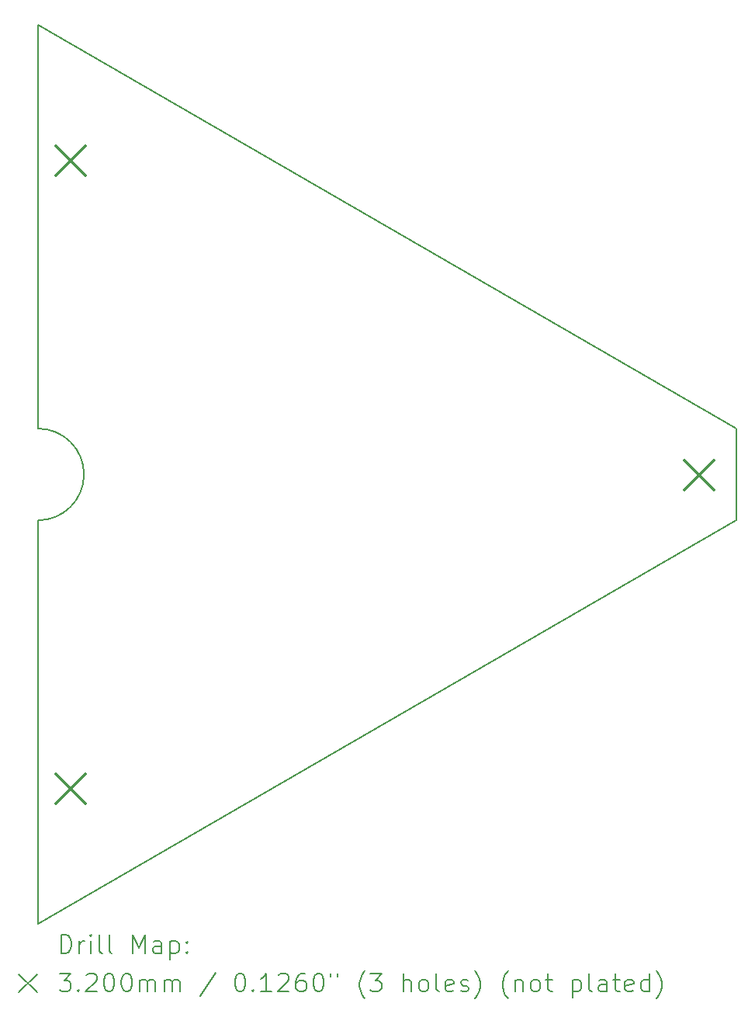
<source format=gbr>
%TF.GenerationSoftware,KiCad,Pcbnew,7.0.11+1*%
%TF.ProjectId,makerspace_sign,6d616b65-7273-4706-9163-655f7369676e,rev?*%
%TF.SameCoordinates,Original*%
%TF.FileFunction,Drillmap*%
%TF.FilePolarity,Positive*%
%FSLAX45Y45*%
G04 Gerber Fmt 4.5, Leading zero omitted, Abs format (unit mm)*
%MOMM*%
%LPD*%
G01*
G04 APERTURE LIST*
%ADD10C,0.200000*%
%ADD11C,0.320000*%
G04 APERTURE END LIST*
D10*
X6200000Y-4640000D02*
X6200000Y-9040000D01*
X6200000Y-10040000D02*
X6200000Y-14440000D01*
X6200000Y-10040000D02*
G75*
G03*
X6200000Y-9040000I0J500000D01*
G01*
X13821024Y-9040000D02*
X6200000Y-4640000D01*
X6200000Y-14440000D02*
X13821024Y-10040000D01*
X13821024Y-10040000D02*
X13821024Y-9040000D01*
D11*
X6395000Y-5960000D02*
X6715000Y-6280000D01*
X6715000Y-5960000D02*
X6395000Y-6280000D01*
X6395000Y-12805000D02*
X6715000Y-13125000D01*
X6715000Y-12805000D02*
X6395000Y-13125000D01*
X13255000Y-9385000D02*
X13575000Y-9705000D01*
X13575000Y-9385000D02*
X13255000Y-9705000D01*
D10*
X6450777Y-14761484D02*
X6450777Y-14561484D01*
X6450777Y-14561484D02*
X6498396Y-14561484D01*
X6498396Y-14561484D02*
X6526967Y-14571008D01*
X6526967Y-14571008D02*
X6546015Y-14590055D01*
X6546015Y-14590055D02*
X6555539Y-14609103D01*
X6555539Y-14609103D02*
X6565062Y-14647198D01*
X6565062Y-14647198D02*
X6565062Y-14675769D01*
X6565062Y-14675769D02*
X6555539Y-14713865D01*
X6555539Y-14713865D02*
X6546015Y-14732912D01*
X6546015Y-14732912D02*
X6526967Y-14751960D01*
X6526967Y-14751960D02*
X6498396Y-14761484D01*
X6498396Y-14761484D02*
X6450777Y-14761484D01*
X6650777Y-14761484D02*
X6650777Y-14628150D01*
X6650777Y-14666246D02*
X6660301Y-14647198D01*
X6660301Y-14647198D02*
X6669824Y-14637674D01*
X6669824Y-14637674D02*
X6688872Y-14628150D01*
X6688872Y-14628150D02*
X6707920Y-14628150D01*
X6774586Y-14761484D02*
X6774586Y-14628150D01*
X6774586Y-14561484D02*
X6765062Y-14571008D01*
X6765062Y-14571008D02*
X6774586Y-14580531D01*
X6774586Y-14580531D02*
X6784110Y-14571008D01*
X6784110Y-14571008D02*
X6774586Y-14561484D01*
X6774586Y-14561484D02*
X6774586Y-14580531D01*
X6898396Y-14761484D02*
X6879348Y-14751960D01*
X6879348Y-14751960D02*
X6869824Y-14732912D01*
X6869824Y-14732912D02*
X6869824Y-14561484D01*
X7003158Y-14761484D02*
X6984110Y-14751960D01*
X6984110Y-14751960D02*
X6974586Y-14732912D01*
X6974586Y-14732912D02*
X6974586Y-14561484D01*
X7231729Y-14761484D02*
X7231729Y-14561484D01*
X7231729Y-14561484D02*
X7298396Y-14704341D01*
X7298396Y-14704341D02*
X7365062Y-14561484D01*
X7365062Y-14561484D02*
X7365062Y-14761484D01*
X7546015Y-14761484D02*
X7546015Y-14656722D01*
X7546015Y-14656722D02*
X7536491Y-14637674D01*
X7536491Y-14637674D02*
X7517443Y-14628150D01*
X7517443Y-14628150D02*
X7479348Y-14628150D01*
X7479348Y-14628150D02*
X7460301Y-14637674D01*
X7546015Y-14751960D02*
X7526967Y-14761484D01*
X7526967Y-14761484D02*
X7479348Y-14761484D01*
X7479348Y-14761484D02*
X7460301Y-14751960D01*
X7460301Y-14751960D02*
X7450777Y-14732912D01*
X7450777Y-14732912D02*
X7450777Y-14713865D01*
X7450777Y-14713865D02*
X7460301Y-14694817D01*
X7460301Y-14694817D02*
X7479348Y-14685293D01*
X7479348Y-14685293D02*
X7526967Y-14685293D01*
X7526967Y-14685293D02*
X7546015Y-14675769D01*
X7641253Y-14628150D02*
X7641253Y-14828150D01*
X7641253Y-14637674D02*
X7660301Y-14628150D01*
X7660301Y-14628150D02*
X7698396Y-14628150D01*
X7698396Y-14628150D02*
X7717443Y-14637674D01*
X7717443Y-14637674D02*
X7726967Y-14647198D01*
X7726967Y-14647198D02*
X7736491Y-14666246D01*
X7736491Y-14666246D02*
X7736491Y-14723388D01*
X7736491Y-14723388D02*
X7726967Y-14742436D01*
X7726967Y-14742436D02*
X7717443Y-14751960D01*
X7717443Y-14751960D02*
X7698396Y-14761484D01*
X7698396Y-14761484D02*
X7660301Y-14761484D01*
X7660301Y-14761484D02*
X7641253Y-14751960D01*
X7822205Y-14742436D02*
X7831729Y-14751960D01*
X7831729Y-14751960D02*
X7822205Y-14761484D01*
X7822205Y-14761484D02*
X7812682Y-14751960D01*
X7812682Y-14751960D02*
X7822205Y-14742436D01*
X7822205Y-14742436D02*
X7822205Y-14761484D01*
X7822205Y-14637674D02*
X7831729Y-14647198D01*
X7831729Y-14647198D02*
X7822205Y-14656722D01*
X7822205Y-14656722D02*
X7812682Y-14647198D01*
X7812682Y-14647198D02*
X7822205Y-14637674D01*
X7822205Y-14637674D02*
X7822205Y-14656722D01*
X5990000Y-14990000D02*
X6190000Y-15190000D01*
X6190000Y-14990000D02*
X5990000Y-15190000D01*
X6431729Y-14981484D02*
X6555539Y-14981484D01*
X6555539Y-14981484D02*
X6488872Y-15057674D01*
X6488872Y-15057674D02*
X6517443Y-15057674D01*
X6517443Y-15057674D02*
X6536491Y-15067198D01*
X6536491Y-15067198D02*
X6546015Y-15076722D01*
X6546015Y-15076722D02*
X6555539Y-15095769D01*
X6555539Y-15095769D02*
X6555539Y-15143388D01*
X6555539Y-15143388D02*
X6546015Y-15162436D01*
X6546015Y-15162436D02*
X6536491Y-15171960D01*
X6536491Y-15171960D02*
X6517443Y-15181484D01*
X6517443Y-15181484D02*
X6460301Y-15181484D01*
X6460301Y-15181484D02*
X6441253Y-15171960D01*
X6441253Y-15171960D02*
X6431729Y-15162436D01*
X6641253Y-15162436D02*
X6650777Y-15171960D01*
X6650777Y-15171960D02*
X6641253Y-15181484D01*
X6641253Y-15181484D02*
X6631729Y-15171960D01*
X6631729Y-15171960D02*
X6641253Y-15162436D01*
X6641253Y-15162436D02*
X6641253Y-15181484D01*
X6726967Y-15000531D02*
X6736491Y-14991008D01*
X6736491Y-14991008D02*
X6755539Y-14981484D01*
X6755539Y-14981484D02*
X6803158Y-14981484D01*
X6803158Y-14981484D02*
X6822205Y-14991008D01*
X6822205Y-14991008D02*
X6831729Y-15000531D01*
X6831729Y-15000531D02*
X6841253Y-15019579D01*
X6841253Y-15019579D02*
X6841253Y-15038627D01*
X6841253Y-15038627D02*
X6831729Y-15067198D01*
X6831729Y-15067198D02*
X6717443Y-15181484D01*
X6717443Y-15181484D02*
X6841253Y-15181484D01*
X6965062Y-14981484D02*
X6984110Y-14981484D01*
X6984110Y-14981484D02*
X7003158Y-14991008D01*
X7003158Y-14991008D02*
X7012682Y-15000531D01*
X7012682Y-15000531D02*
X7022205Y-15019579D01*
X7022205Y-15019579D02*
X7031729Y-15057674D01*
X7031729Y-15057674D02*
X7031729Y-15105293D01*
X7031729Y-15105293D02*
X7022205Y-15143388D01*
X7022205Y-15143388D02*
X7012682Y-15162436D01*
X7012682Y-15162436D02*
X7003158Y-15171960D01*
X7003158Y-15171960D02*
X6984110Y-15181484D01*
X6984110Y-15181484D02*
X6965062Y-15181484D01*
X6965062Y-15181484D02*
X6946015Y-15171960D01*
X6946015Y-15171960D02*
X6936491Y-15162436D01*
X6936491Y-15162436D02*
X6926967Y-15143388D01*
X6926967Y-15143388D02*
X6917443Y-15105293D01*
X6917443Y-15105293D02*
X6917443Y-15057674D01*
X6917443Y-15057674D02*
X6926967Y-15019579D01*
X6926967Y-15019579D02*
X6936491Y-15000531D01*
X6936491Y-15000531D02*
X6946015Y-14991008D01*
X6946015Y-14991008D02*
X6965062Y-14981484D01*
X7155539Y-14981484D02*
X7174586Y-14981484D01*
X7174586Y-14981484D02*
X7193634Y-14991008D01*
X7193634Y-14991008D02*
X7203158Y-15000531D01*
X7203158Y-15000531D02*
X7212682Y-15019579D01*
X7212682Y-15019579D02*
X7222205Y-15057674D01*
X7222205Y-15057674D02*
X7222205Y-15105293D01*
X7222205Y-15105293D02*
X7212682Y-15143388D01*
X7212682Y-15143388D02*
X7203158Y-15162436D01*
X7203158Y-15162436D02*
X7193634Y-15171960D01*
X7193634Y-15171960D02*
X7174586Y-15181484D01*
X7174586Y-15181484D02*
X7155539Y-15181484D01*
X7155539Y-15181484D02*
X7136491Y-15171960D01*
X7136491Y-15171960D02*
X7126967Y-15162436D01*
X7126967Y-15162436D02*
X7117443Y-15143388D01*
X7117443Y-15143388D02*
X7107920Y-15105293D01*
X7107920Y-15105293D02*
X7107920Y-15057674D01*
X7107920Y-15057674D02*
X7117443Y-15019579D01*
X7117443Y-15019579D02*
X7126967Y-15000531D01*
X7126967Y-15000531D02*
X7136491Y-14991008D01*
X7136491Y-14991008D02*
X7155539Y-14981484D01*
X7307920Y-15181484D02*
X7307920Y-15048150D01*
X7307920Y-15067198D02*
X7317443Y-15057674D01*
X7317443Y-15057674D02*
X7336491Y-15048150D01*
X7336491Y-15048150D02*
X7365063Y-15048150D01*
X7365063Y-15048150D02*
X7384110Y-15057674D01*
X7384110Y-15057674D02*
X7393634Y-15076722D01*
X7393634Y-15076722D02*
X7393634Y-15181484D01*
X7393634Y-15076722D02*
X7403158Y-15057674D01*
X7403158Y-15057674D02*
X7422205Y-15048150D01*
X7422205Y-15048150D02*
X7450777Y-15048150D01*
X7450777Y-15048150D02*
X7469824Y-15057674D01*
X7469824Y-15057674D02*
X7479348Y-15076722D01*
X7479348Y-15076722D02*
X7479348Y-15181484D01*
X7574586Y-15181484D02*
X7574586Y-15048150D01*
X7574586Y-15067198D02*
X7584110Y-15057674D01*
X7584110Y-15057674D02*
X7603158Y-15048150D01*
X7603158Y-15048150D02*
X7631729Y-15048150D01*
X7631729Y-15048150D02*
X7650777Y-15057674D01*
X7650777Y-15057674D02*
X7660301Y-15076722D01*
X7660301Y-15076722D02*
X7660301Y-15181484D01*
X7660301Y-15076722D02*
X7669824Y-15057674D01*
X7669824Y-15057674D02*
X7688872Y-15048150D01*
X7688872Y-15048150D02*
X7717443Y-15048150D01*
X7717443Y-15048150D02*
X7736491Y-15057674D01*
X7736491Y-15057674D02*
X7746015Y-15076722D01*
X7746015Y-15076722D02*
X7746015Y-15181484D01*
X8136491Y-14971960D02*
X7965063Y-15229103D01*
X8393634Y-14981484D02*
X8412682Y-14981484D01*
X8412682Y-14981484D02*
X8431729Y-14991008D01*
X8431729Y-14991008D02*
X8441253Y-15000531D01*
X8441253Y-15000531D02*
X8450777Y-15019579D01*
X8450777Y-15019579D02*
X8460301Y-15057674D01*
X8460301Y-15057674D02*
X8460301Y-15105293D01*
X8460301Y-15105293D02*
X8450777Y-15143388D01*
X8450777Y-15143388D02*
X8441253Y-15162436D01*
X8441253Y-15162436D02*
X8431729Y-15171960D01*
X8431729Y-15171960D02*
X8412682Y-15181484D01*
X8412682Y-15181484D02*
X8393634Y-15181484D01*
X8393634Y-15181484D02*
X8374586Y-15171960D01*
X8374586Y-15171960D02*
X8365063Y-15162436D01*
X8365063Y-15162436D02*
X8355539Y-15143388D01*
X8355539Y-15143388D02*
X8346015Y-15105293D01*
X8346015Y-15105293D02*
X8346015Y-15057674D01*
X8346015Y-15057674D02*
X8355539Y-15019579D01*
X8355539Y-15019579D02*
X8365063Y-15000531D01*
X8365063Y-15000531D02*
X8374586Y-14991008D01*
X8374586Y-14991008D02*
X8393634Y-14981484D01*
X8546015Y-15162436D02*
X8555539Y-15171960D01*
X8555539Y-15171960D02*
X8546015Y-15181484D01*
X8546015Y-15181484D02*
X8536491Y-15171960D01*
X8536491Y-15171960D02*
X8546015Y-15162436D01*
X8546015Y-15162436D02*
X8546015Y-15181484D01*
X8746015Y-15181484D02*
X8631729Y-15181484D01*
X8688872Y-15181484D02*
X8688872Y-14981484D01*
X8688872Y-14981484D02*
X8669825Y-15010055D01*
X8669825Y-15010055D02*
X8650777Y-15029103D01*
X8650777Y-15029103D02*
X8631729Y-15038627D01*
X8822206Y-15000531D02*
X8831729Y-14991008D01*
X8831729Y-14991008D02*
X8850777Y-14981484D01*
X8850777Y-14981484D02*
X8898396Y-14981484D01*
X8898396Y-14981484D02*
X8917444Y-14991008D01*
X8917444Y-14991008D02*
X8926968Y-15000531D01*
X8926968Y-15000531D02*
X8936491Y-15019579D01*
X8936491Y-15019579D02*
X8936491Y-15038627D01*
X8936491Y-15038627D02*
X8926968Y-15067198D01*
X8926968Y-15067198D02*
X8812682Y-15181484D01*
X8812682Y-15181484D02*
X8936491Y-15181484D01*
X9107920Y-14981484D02*
X9069825Y-14981484D01*
X9069825Y-14981484D02*
X9050777Y-14991008D01*
X9050777Y-14991008D02*
X9041253Y-15000531D01*
X9041253Y-15000531D02*
X9022206Y-15029103D01*
X9022206Y-15029103D02*
X9012682Y-15067198D01*
X9012682Y-15067198D02*
X9012682Y-15143388D01*
X9012682Y-15143388D02*
X9022206Y-15162436D01*
X9022206Y-15162436D02*
X9031729Y-15171960D01*
X9031729Y-15171960D02*
X9050777Y-15181484D01*
X9050777Y-15181484D02*
X9088872Y-15181484D01*
X9088872Y-15181484D02*
X9107920Y-15171960D01*
X9107920Y-15171960D02*
X9117444Y-15162436D01*
X9117444Y-15162436D02*
X9126968Y-15143388D01*
X9126968Y-15143388D02*
X9126968Y-15095769D01*
X9126968Y-15095769D02*
X9117444Y-15076722D01*
X9117444Y-15076722D02*
X9107920Y-15067198D01*
X9107920Y-15067198D02*
X9088872Y-15057674D01*
X9088872Y-15057674D02*
X9050777Y-15057674D01*
X9050777Y-15057674D02*
X9031729Y-15067198D01*
X9031729Y-15067198D02*
X9022206Y-15076722D01*
X9022206Y-15076722D02*
X9012682Y-15095769D01*
X9250777Y-14981484D02*
X9269825Y-14981484D01*
X9269825Y-14981484D02*
X9288872Y-14991008D01*
X9288872Y-14991008D02*
X9298396Y-15000531D01*
X9298396Y-15000531D02*
X9307920Y-15019579D01*
X9307920Y-15019579D02*
X9317444Y-15057674D01*
X9317444Y-15057674D02*
X9317444Y-15105293D01*
X9317444Y-15105293D02*
X9307920Y-15143388D01*
X9307920Y-15143388D02*
X9298396Y-15162436D01*
X9298396Y-15162436D02*
X9288872Y-15171960D01*
X9288872Y-15171960D02*
X9269825Y-15181484D01*
X9269825Y-15181484D02*
X9250777Y-15181484D01*
X9250777Y-15181484D02*
X9231729Y-15171960D01*
X9231729Y-15171960D02*
X9222206Y-15162436D01*
X9222206Y-15162436D02*
X9212682Y-15143388D01*
X9212682Y-15143388D02*
X9203158Y-15105293D01*
X9203158Y-15105293D02*
X9203158Y-15057674D01*
X9203158Y-15057674D02*
X9212682Y-15019579D01*
X9212682Y-15019579D02*
X9222206Y-15000531D01*
X9222206Y-15000531D02*
X9231729Y-14991008D01*
X9231729Y-14991008D02*
X9250777Y-14981484D01*
X9393634Y-14981484D02*
X9393634Y-15019579D01*
X9469825Y-14981484D02*
X9469825Y-15019579D01*
X9765063Y-15257674D02*
X9755539Y-15248150D01*
X9755539Y-15248150D02*
X9736491Y-15219579D01*
X9736491Y-15219579D02*
X9726968Y-15200531D01*
X9726968Y-15200531D02*
X9717444Y-15171960D01*
X9717444Y-15171960D02*
X9707920Y-15124341D01*
X9707920Y-15124341D02*
X9707920Y-15086246D01*
X9707920Y-15086246D02*
X9717444Y-15038627D01*
X9717444Y-15038627D02*
X9726968Y-15010055D01*
X9726968Y-15010055D02*
X9736491Y-14991008D01*
X9736491Y-14991008D02*
X9755539Y-14962436D01*
X9755539Y-14962436D02*
X9765063Y-14952912D01*
X9822206Y-14981484D02*
X9946015Y-14981484D01*
X9946015Y-14981484D02*
X9879349Y-15057674D01*
X9879349Y-15057674D02*
X9907920Y-15057674D01*
X9907920Y-15057674D02*
X9926968Y-15067198D01*
X9926968Y-15067198D02*
X9936491Y-15076722D01*
X9936491Y-15076722D02*
X9946015Y-15095769D01*
X9946015Y-15095769D02*
X9946015Y-15143388D01*
X9946015Y-15143388D02*
X9936491Y-15162436D01*
X9936491Y-15162436D02*
X9926968Y-15171960D01*
X9926968Y-15171960D02*
X9907920Y-15181484D01*
X9907920Y-15181484D02*
X9850777Y-15181484D01*
X9850777Y-15181484D02*
X9831730Y-15171960D01*
X9831730Y-15171960D02*
X9822206Y-15162436D01*
X10184111Y-15181484D02*
X10184111Y-14981484D01*
X10269825Y-15181484D02*
X10269825Y-15076722D01*
X10269825Y-15076722D02*
X10260301Y-15057674D01*
X10260301Y-15057674D02*
X10241253Y-15048150D01*
X10241253Y-15048150D02*
X10212682Y-15048150D01*
X10212682Y-15048150D02*
X10193634Y-15057674D01*
X10193634Y-15057674D02*
X10184111Y-15067198D01*
X10393634Y-15181484D02*
X10374587Y-15171960D01*
X10374587Y-15171960D02*
X10365063Y-15162436D01*
X10365063Y-15162436D02*
X10355539Y-15143388D01*
X10355539Y-15143388D02*
X10355539Y-15086246D01*
X10355539Y-15086246D02*
X10365063Y-15067198D01*
X10365063Y-15067198D02*
X10374587Y-15057674D01*
X10374587Y-15057674D02*
X10393634Y-15048150D01*
X10393634Y-15048150D02*
X10422206Y-15048150D01*
X10422206Y-15048150D02*
X10441253Y-15057674D01*
X10441253Y-15057674D02*
X10450777Y-15067198D01*
X10450777Y-15067198D02*
X10460301Y-15086246D01*
X10460301Y-15086246D02*
X10460301Y-15143388D01*
X10460301Y-15143388D02*
X10450777Y-15162436D01*
X10450777Y-15162436D02*
X10441253Y-15171960D01*
X10441253Y-15171960D02*
X10422206Y-15181484D01*
X10422206Y-15181484D02*
X10393634Y-15181484D01*
X10574587Y-15181484D02*
X10555539Y-15171960D01*
X10555539Y-15171960D02*
X10546015Y-15152912D01*
X10546015Y-15152912D02*
X10546015Y-14981484D01*
X10726968Y-15171960D02*
X10707920Y-15181484D01*
X10707920Y-15181484D02*
X10669825Y-15181484D01*
X10669825Y-15181484D02*
X10650777Y-15171960D01*
X10650777Y-15171960D02*
X10641253Y-15152912D01*
X10641253Y-15152912D02*
X10641253Y-15076722D01*
X10641253Y-15076722D02*
X10650777Y-15057674D01*
X10650777Y-15057674D02*
X10669825Y-15048150D01*
X10669825Y-15048150D02*
X10707920Y-15048150D01*
X10707920Y-15048150D02*
X10726968Y-15057674D01*
X10726968Y-15057674D02*
X10736492Y-15076722D01*
X10736492Y-15076722D02*
X10736492Y-15095769D01*
X10736492Y-15095769D02*
X10641253Y-15114817D01*
X10812682Y-15171960D02*
X10831730Y-15181484D01*
X10831730Y-15181484D02*
X10869825Y-15181484D01*
X10869825Y-15181484D02*
X10888873Y-15171960D01*
X10888873Y-15171960D02*
X10898396Y-15152912D01*
X10898396Y-15152912D02*
X10898396Y-15143388D01*
X10898396Y-15143388D02*
X10888873Y-15124341D01*
X10888873Y-15124341D02*
X10869825Y-15114817D01*
X10869825Y-15114817D02*
X10841253Y-15114817D01*
X10841253Y-15114817D02*
X10822206Y-15105293D01*
X10822206Y-15105293D02*
X10812682Y-15086246D01*
X10812682Y-15086246D02*
X10812682Y-15076722D01*
X10812682Y-15076722D02*
X10822206Y-15057674D01*
X10822206Y-15057674D02*
X10841253Y-15048150D01*
X10841253Y-15048150D02*
X10869825Y-15048150D01*
X10869825Y-15048150D02*
X10888873Y-15057674D01*
X10965063Y-15257674D02*
X10974587Y-15248150D01*
X10974587Y-15248150D02*
X10993634Y-15219579D01*
X10993634Y-15219579D02*
X11003158Y-15200531D01*
X11003158Y-15200531D02*
X11012682Y-15171960D01*
X11012682Y-15171960D02*
X11022206Y-15124341D01*
X11022206Y-15124341D02*
X11022206Y-15086246D01*
X11022206Y-15086246D02*
X11012682Y-15038627D01*
X11012682Y-15038627D02*
X11003158Y-15010055D01*
X11003158Y-15010055D02*
X10993634Y-14991008D01*
X10993634Y-14991008D02*
X10974587Y-14962436D01*
X10974587Y-14962436D02*
X10965063Y-14952912D01*
X11326968Y-15257674D02*
X11317444Y-15248150D01*
X11317444Y-15248150D02*
X11298396Y-15219579D01*
X11298396Y-15219579D02*
X11288872Y-15200531D01*
X11288872Y-15200531D02*
X11279349Y-15171960D01*
X11279349Y-15171960D02*
X11269825Y-15124341D01*
X11269825Y-15124341D02*
X11269825Y-15086246D01*
X11269825Y-15086246D02*
X11279349Y-15038627D01*
X11279349Y-15038627D02*
X11288872Y-15010055D01*
X11288872Y-15010055D02*
X11298396Y-14991008D01*
X11298396Y-14991008D02*
X11317444Y-14962436D01*
X11317444Y-14962436D02*
X11326968Y-14952912D01*
X11403158Y-15048150D02*
X11403158Y-15181484D01*
X11403158Y-15067198D02*
X11412682Y-15057674D01*
X11412682Y-15057674D02*
X11431730Y-15048150D01*
X11431730Y-15048150D02*
X11460301Y-15048150D01*
X11460301Y-15048150D02*
X11479349Y-15057674D01*
X11479349Y-15057674D02*
X11488872Y-15076722D01*
X11488872Y-15076722D02*
X11488872Y-15181484D01*
X11612682Y-15181484D02*
X11593634Y-15171960D01*
X11593634Y-15171960D02*
X11584111Y-15162436D01*
X11584111Y-15162436D02*
X11574587Y-15143388D01*
X11574587Y-15143388D02*
X11574587Y-15086246D01*
X11574587Y-15086246D02*
X11584111Y-15067198D01*
X11584111Y-15067198D02*
X11593634Y-15057674D01*
X11593634Y-15057674D02*
X11612682Y-15048150D01*
X11612682Y-15048150D02*
X11641253Y-15048150D01*
X11641253Y-15048150D02*
X11660301Y-15057674D01*
X11660301Y-15057674D02*
X11669825Y-15067198D01*
X11669825Y-15067198D02*
X11679349Y-15086246D01*
X11679349Y-15086246D02*
X11679349Y-15143388D01*
X11679349Y-15143388D02*
X11669825Y-15162436D01*
X11669825Y-15162436D02*
X11660301Y-15171960D01*
X11660301Y-15171960D02*
X11641253Y-15181484D01*
X11641253Y-15181484D02*
X11612682Y-15181484D01*
X11736492Y-15048150D02*
X11812682Y-15048150D01*
X11765063Y-14981484D02*
X11765063Y-15152912D01*
X11765063Y-15152912D02*
X11774587Y-15171960D01*
X11774587Y-15171960D02*
X11793634Y-15181484D01*
X11793634Y-15181484D02*
X11812682Y-15181484D01*
X12031730Y-15048150D02*
X12031730Y-15248150D01*
X12031730Y-15057674D02*
X12050777Y-15048150D01*
X12050777Y-15048150D02*
X12088873Y-15048150D01*
X12088873Y-15048150D02*
X12107920Y-15057674D01*
X12107920Y-15057674D02*
X12117444Y-15067198D01*
X12117444Y-15067198D02*
X12126968Y-15086246D01*
X12126968Y-15086246D02*
X12126968Y-15143388D01*
X12126968Y-15143388D02*
X12117444Y-15162436D01*
X12117444Y-15162436D02*
X12107920Y-15171960D01*
X12107920Y-15171960D02*
X12088873Y-15181484D01*
X12088873Y-15181484D02*
X12050777Y-15181484D01*
X12050777Y-15181484D02*
X12031730Y-15171960D01*
X12241253Y-15181484D02*
X12222206Y-15171960D01*
X12222206Y-15171960D02*
X12212682Y-15152912D01*
X12212682Y-15152912D02*
X12212682Y-14981484D01*
X12403158Y-15181484D02*
X12403158Y-15076722D01*
X12403158Y-15076722D02*
X12393634Y-15057674D01*
X12393634Y-15057674D02*
X12374587Y-15048150D01*
X12374587Y-15048150D02*
X12336492Y-15048150D01*
X12336492Y-15048150D02*
X12317444Y-15057674D01*
X12403158Y-15171960D02*
X12384111Y-15181484D01*
X12384111Y-15181484D02*
X12336492Y-15181484D01*
X12336492Y-15181484D02*
X12317444Y-15171960D01*
X12317444Y-15171960D02*
X12307920Y-15152912D01*
X12307920Y-15152912D02*
X12307920Y-15133865D01*
X12307920Y-15133865D02*
X12317444Y-15114817D01*
X12317444Y-15114817D02*
X12336492Y-15105293D01*
X12336492Y-15105293D02*
X12384111Y-15105293D01*
X12384111Y-15105293D02*
X12403158Y-15095769D01*
X12469825Y-15048150D02*
X12546015Y-15048150D01*
X12498396Y-14981484D02*
X12498396Y-15152912D01*
X12498396Y-15152912D02*
X12507920Y-15171960D01*
X12507920Y-15171960D02*
X12526968Y-15181484D01*
X12526968Y-15181484D02*
X12546015Y-15181484D01*
X12688873Y-15171960D02*
X12669825Y-15181484D01*
X12669825Y-15181484D02*
X12631730Y-15181484D01*
X12631730Y-15181484D02*
X12612682Y-15171960D01*
X12612682Y-15171960D02*
X12603158Y-15152912D01*
X12603158Y-15152912D02*
X12603158Y-15076722D01*
X12603158Y-15076722D02*
X12612682Y-15057674D01*
X12612682Y-15057674D02*
X12631730Y-15048150D01*
X12631730Y-15048150D02*
X12669825Y-15048150D01*
X12669825Y-15048150D02*
X12688873Y-15057674D01*
X12688873Y-15057674D02*
X12698396Y-15076722D01*
X12698396Y-15076722D02*
X12698396Y-15095769D01*
X12698396Y-15095769D02*
X12603158Y-15114817D01*
X12869825Y-15181484D02*
X12869825Y-14981484D01*
X12869825Y-15171960D02*
X12850777Y-15181484D01*
X12850777Y-15181484D02*
X12812682Y-15181484D01*
X12812682Y-15181484D02*
X12793634Y-15171960D01*
X12793634Y-15171960D02*
X12784111Y-15162436D01*
X12784111Y-15162436D02*
X12774587Y-15143388D01*
X12774587Y-15143388D02*
X12774587Y-15086246D01*
X12774587Y-15086246D02*
X12784111Y-15067198D01*
X12784111Y-15067198D02*
X12793634Y-15057674D01*
X12793634Y-15057674D02*
X12812682Y-15048150D01*
X12812682Y-15048150D02*
X12850777Y-15048150D01*
X12850777Y-15048150D02*
X12869825Y-15057674D01*
X12946015Y-15257674D02*
X12955539Y-15248150D01*
X12955539Y-15248150D02*
X12974587Y-15219579D01*
X12974587Y-15219579D02*
X12984111Y-15200531D01*
X12984111Y-15200531D02*
X12993634Y-15171960D01*
X12993634Y-15171960D02*
X13003158Y-15124341D01*
X13003158Y-15124341D02*
X13003158Y-15086246D01*
X13003158Y-15086246D02*
X12993634Y-15038627D01*
X12993634Y-15038627D02*
X12984111Y-15010055D01*
X12984111Y-15010055D02*
X12974587Y-14991008D01*
X12974587Y-14991008D02*
X12955539Y-14962436D01*
X12955539Y-14962436D02*
X12946015Y-14952912D01*
M02*

</source>
